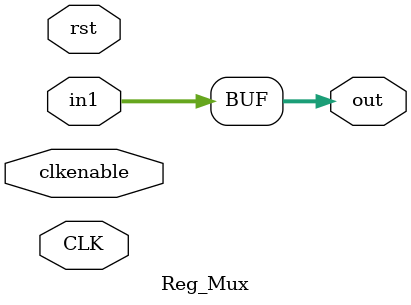
<source format=v>
module Reg_Mux#(
    parameter DATAWIDTH = 18, 
    parameter RSTTYPE = "SYNC",
    parameter PIPLINE = 0
)(
    input [DATAWIDTH-1:0] in1,
    input CLK, rst, clkenable,
    output reg [DATAWIDTH-1:0] out
);

generate
    if (PIPLINE == 1) begin
        if (RSTTYPE == "SYNC") begin : sync_reset
            always @(posedge CLK) begin
                if (rst)
                    out <= 0;
                else if(clkenable)
                    out <= in1;
            end
        end else if (RSTTYPE == "ASYNC") begin : async_reset
            always @(posedge CLK or posedge rst) begin
                if (rst)
                    out <= 0;
                else if (clkenable)
                    out <= in1;
            end
        end
    end else if(PIPLINE == 0) begin : no_pipeline
        always @(*) begin
            out = in1;
        end
    end
endgenerate
endmodule

</source>
